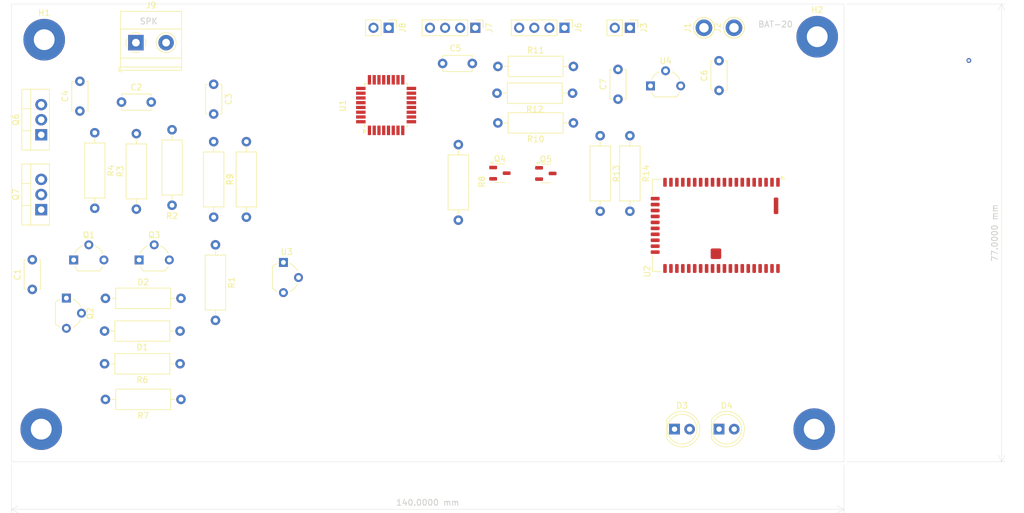
<source format=kicad_pcb>
(kicad_pcb (version 20240108) (generator "pcbnew") (generator_version "8.0")
  (layers (0 "F.Cu" signal) (31 "B.Cu" signal) (34 "B.Paste" user) (35 "F.Paste" user) (36 "B.SilkS" user "B.Silkscreen") (37 "F.SilkS" user "F.Silkscreen") (38 "B.Mask" user) (39 "F.Mask" user) (44 "Edge.Cuts" user))
  (net 0 "")
  (net 1 "Net-(D2-K)")
  (net 2 "GND")
  (net 3 "20VDC")
  (net 4 "Net-(C3-Pad2)")
  (net 5 "Analog Output")
  (net 6 "Net-(C4-Pad1)")
  (net 7 "5VDC")
  (net 8 "VGND")
  (net 9 "Net-(J3-Pin_2)")
  (net 10 "Net-(D1-A)")
  (net 11 "Net-(D1-K)")
  (net 12 "Net-(Q1-B)")
  (net 13 "Net-(Q2-C)")
  (net 14 "Net-(Q2-E)")
  (net 15 "Net-(Q3-E)")
  (net 16 "Net-(Q3-C)")
  (net 17 "/Microprocessor & BM83/RX-O")
  (net 18 "/Microprocessor & BM83/RX-I")
  (net 19 "/Microprocessor & BM83/3_3VDC")
  (net 20 "/Microprocessor & BM83/TX-I")
  (net 21 "/Microprocessor & BM83/TX-O")
  (net 22 "/Microprocessor & BM83/Pair_btn_O")
  (net 23 "/Microprocessor & BM83/Power_LED_O")
  (net 27 "/Microprocessor & BM83/Pair_LED_O")
  (net 28 "/Microprocessor & BM83/Pair_btn_I")
  (net 30 "/Microprocessor & BM83/Volume_D_btn_I")
  (net 31 "/Microprocessor & BM83/Power_btn_I")
  (net 33 "/Microprocessor & BM83/RESET")
  (net 34 "/Microprocessor & BM83/Power_btn_O")
  (net 35 "/Microprocessor & BM83/Volume_D_btn_O")
  (net 40 "/Microprocessor & BM83/Volume_U_btn_I")
  (net 45 "/Microprocessor & BM83/Volume_U_btn_O")
  (net 75 "Net-(D4-K)")
  (net 87 "Net-(D3-K)")
  (net 91 "Net-(J9-Pin_1)")
  (net 93 "Net-(D3-A)")
  (footprint "Capacitor_THT:C_Disc_D4.7mm_W2.5mm_P5.00mm" (layer "F.Cu") (at 112.5 52 -90)
    (property "Reference" "C3" (at 2.5 -2.5 90) (layer "F.SilkS"))
    (property "Value" "1u")
    (pad "1" thru_hole circle (at 0 0 270) (size 1.6 1.6) (drill 0.8) (layers "*.Cu" "*.Mask") (net 5 "Analog Output"))
    (pad "2" thru_hole circle (at 5 0 270) (size 1.6 1.6) (drill 0.8) (layers "*.Cu" "*.Mask") (net 4 "Net-(C3-Pad2)"))
  )
  (footprint "Connector_PinHeader_2.54mm:PinHeader_1x04_P2.54mm_Vertical" (layer "F.Cu") (at 171.5 42.5 -90)
    (property "Reference" "J6" (at 0 -2.33 90) (layer "F.SilkS"))
    (property "Value" "Conn_01x04")
    (pad "1" thru_hole rect (at 0 0 270) (size 1.7 1.7) (drill 1) (layers "*.Cu" "*.Mask") (net 31 "/Microprocessor & BM83/Power_btn_I"))
    (pad "2" thru_hole oval (at 0 2.54 270) (size 1.7 1.7) (drill 1) (layers "*.Cu" "*.Mask") (net 34 "/Microprocessor & BM83/Power_btn_O"))
    (pad "3" thru_hole oval (at 0 5.08 270) (size 1.7 1.7) (drill 1) (layers "*.Cu" "*.Mask") (net 28 "/Microprocessor & BM83/Pair_btn_I"))
    (pad "4" thru_hole oval (at 0 7.62 270) (size 1.7 1.7) (drill 1) (layers "*.Cu" "*.Mask") (net 22 "/Microprocessor & BM83/Pair_btn_O"))
  )
  (footprint "Capacitor_THT:C_Disc_D4.7mm_W2.5mm_P5.00mm" (layer "F.Cu") (at 197.49 53.04 90)
    (property "Reference" "C6" (at 2.5 -2.5 90) (layer "F.SilkS"))
    (property "Value" "0.33uF")
    (pad "1" thru_hole circle (at 0 0 90) (size 1.6 1.6) (drill 0.8) (layers "*.Cu" "*.Mask") (net 9 "Net-(J3-Pin_2)"))
    (pad "2" thru_hole circle (at 5 0 90) (size 1.6 1.6) (drill 0.8) (layers "*.Cu" "*.Mask") (net 2 "GND"))
  )
  (footprint "Resistor_THT:R_Axial_DIN0309_L9.0mm_D3.2mm_P12.70mm_Horizontal" (layer "F.Cu") (at 173 58.5 180)
    (property "Reference" "R10" (at 6.35 -2.72 0) (layer "F.SilkS"))
    (property "Value" "10k")
    (pad "1" thru_hole circle (at 0 0 180) (size 1.6 1.6) (drill 0.8) (layers "*.Cu" "*.Mask") (net 7 "5VDC"))
    (pad "2" thru_hole oval (at 12.7 0 180) (size 1.6 1.6) (drill 0.8) (layers "*.Cu" "*.Mask") (net 18 "/Microprocessor & BM83/RX-I"))
  )
  (footprint "Resistor_THT:R_Axial_DIN0309_L9.0mm_D3.2mm_P12.70mm_Horizontal" (layer "F.Cu") (at 112.5 61.65 -90)
    (property "Reference" "R9" (at 6.35 -2.72 90) (layer "F.SilkS"))
    (property "Value" "4.7k")
    (pad "1" thru_hole circle (at 0 0 270) (size 1.6 1.6) (drill 0.8) (layers "*.Cu" "*.Mask") (net 4 "Net-(C3-Pad2)"))
    (pad "2" thru_hole oval (at 12.7 0 270) (size 1.6 1.6) (drill 0.8) (layers "*.Cu" "*.Mask") (net 12 "Net-(Q1-B)"))
  )
  (footprint "Resistor_THT:R_Axial_DIN0309_L9.0mm_D3.2mm_P12.70mm_Horizontal" (layer "F.Cu") (at 182.5 60.65 -90)
    (property "Reference" "R14" (at 6.35 -2.72 90) (layer "F.SilkS"))
    (property "Value" "10k")
    (pad "1" thru_hole circle (at 0 0 270) (size 1.6 1.6) (drill 0.8) (layers "*.Cu" "*.Mask") (net 7 "5VDC"))
    (pad "2" thru_hole oval (at 12.7 0 270) (size 1.6 1.6) (drill 0.8) (layers "*.Cu" "*.Mask") (net 21 "/Microprocessor & BM83/TX-O"))
  )
  (footprint "Capacitor_THT:C_Disc_D4.7mm_W2.5mm_P5.00mm" (layer "F.Cu") (at 180.5 54.5 90)
    (property "Reference" "C7" (at 2.5 -2.5 90) (layer "F.SilkS"))
    (property "Value" "0.1uF")
    (pad "1" thru_hole circle (at 0 0 90) (size 1.6 1.6) (drill 0.8) (layers "*.Cu" "*.Mask") (net 7 "5VDC"))
    (pad "2" thru_hole circle (at 5 0 90) (size 1.6 1.6) (drill 0.8) (layers "*.Cu" "*.Mask") (net 2 "GND"))
  )
  (footprint "Resistor_THT:R_Axial_DIN0309_L9.0mm_D3.2mm_P12.70mm_Horizontal" (layer "F.Cu") (at 92.5 60.15 -90)
    (property "Reference" "R4" (at 6.35 -2.72 90) (layer "F.SilkS"))
    (property "Value" "0.22")
    (pad "1" thru_hole circle (at 0 0 270) (size 1.6 1.6) (drill 0.8) (layers "*.Cu" "*.Mask") (net 6 "Net-(C4-Pad1)"))
    (pad "2" thru_hole oval (at 12.7 0 270) (size 1.6 1.6) (drill 0.8) (layers "*.Cu" "*.Mask") (net 15 "Net-(Q3-E)"))
  )
  (footprint "Resistor_THT:R_Axial_DIN0309_L9.0mm_D3.2mm_P12.70mm_Horizontal" (layer "F.Cu") (at 99.5 73 90)
    (property "Reference" "R3" (at 6.35 -2.72 90) (layer "F.SilkS"))
    (property "Value" "0.22")
    (pad "1" thru_hole circle (at 0 0 90) (size 1.6 1.6) (drill 0.8) (layers "*.Cu" "*.Mask") (net 14 "Net-(Q2-E)"))
    (pad "2" thru_hole oval (at 12.7 0 90) (size 1.6 1.6) (drill 0.8) (layers "*.Cu" "*.Mask") (net 6 "Net-(C4-Pad1)"))
  )
  (footprint "Package_TO_SOT_SMD:SOT-23-3" (layer "F.Cu") (at 160.6375 66.95)
    (property "Reference" "Q4" (at 0 -2.4 0) (layer "F.SilkS"))
    (property "Value" "BSS138")
    (pad "1" smd roundrect (at -1.1375 -0.95) (size 1.325 0.6) (layers "F.Cu" "F.Paste" "F.Mask") (net 19 "/Microprocessor & BM83/3_3VDC"))
    (pad "2" smd roundrect (at -1.1375 0.95) (size 1.325 0.6) (layers "F.Cu" "F.Paste" "F.Mask") (net 17 "/Microprocessor & BM83/RX-O"))
    (pad "3" smd roundrect (at 1.1375 0) (size 1.325 0.6) (layers "F.Cu" "F.Paste" "F.Mask") (net 18 "/Microprocessor & BM83/RX-I"))
  )
  (footprint "Resistor_THT:R_Axial_DIN0309_L9.0mm_D3.2mm_P12.70mm_Horizontal" (layer "F.Cu") (at 153.65 62.15 -90)
    (property "Reference" "R8" (at 6.25 -3.97 90) (layer "F.SilkS"))
    (property "Value" "10k")
    (pad "1" thru_hole circle (at 0 0 270) (size 1.6 1.6) (drill 0.8) (layers "*.Cu" "*.Mask") (net 19 "/Microprocessor & BM83/3_3VDC"))
    (pad "2" thru_hole oval (at 12.7 0 270) (size 1.6 1.6) (drill 0.8) (layers "*.Cu" "*.Mask") (net 17 "/Microprocessor & BM83/RX-O"))
  )
  (footprint "Package_TO_SOT_THT:TO-92_Wide" (layer "F.Cu") (at 87.73 87.96 -90)
    (property "Reference" "Q2" (at 2.58 -4 90) (layer "F.SilkS"))
    (property "Value" "2N3904")
    (pad "1" thru_hole rect (at 0 0 270) (size 1.5 1.5) (drill 0.8) (layers "*.Cu" "*.Mask") (net 14 "Net-(Q2-E)"))
    (pad "2" thru_hole circle (at 2.54 -2.54 270) (size 1.5 1.5) (drill 0.8) (layers "*.Cu" "*.Mask") (net 10 "Net-(D1-A)"))
    (pad "3" thru_hole circle (at 5.08 0 270) (size 1.5 1.5) (drill 0.8) (layers "*.Cu" "*.Mask") (net 13 "Net-(Q2-C)"))
  )
  (footprint "Resistor_THT:R_Axial_DIN0309_L9.0mm_D3.2mm_P12.70mm_Horizontal" (layer "F.Cu") (at 160.3 49)
    (property "Reference" "R11" (at 6.35 -2.72 0) (layer "F.SilkS"))
    (property "Value" "5k")
    (pad "1" thru_hole circle (at 0 0) (size 1.6 1.6) (drill 0.8) (layers "*.Cu" "*.Mask") (net 7 "5VDC"))
    (pad "2" thru_hole oval (at 12.7 0) (size 1.6 1.6) (drill 0.8) (layers "*.Cu" "*.Mask") (net 19 "/Microprocessor & BM83/3_3VDC"))
  )
  (footprint "Package_TO_SOT_SMD:SOT-23-3" (layer "F.Cu") (at 168.3625 67)
    (property "Reference" "Q5" (at 0 -2.4 0) (layer "F.SilkS"))
    (property "Value" "BSS138")
    (pad "1" smd roundrect (at -1.1375 -0.95) (size 1.325 0.6) (layers "F.Cu" "F.Paste" "F.Mask") (net 19 "/Microprocessor & BM83/3_3VDC"))
    (pad "2" smd roundrect (at -1.1375 0.95) (size 1.325 0.6) (layers "F.Cu" "F.Paste" "F.Mask") (net 20 "/Microprocessor & BM83/TX-I"))
    (pad "3" smd roundrect (at 1.1375 0) (size 1.325 0.6) (layers "F.Cu" "F.Paste" "F.Mask") (net 21 "/Microprocessor & BM83/TX-O"))
  )
  (footprint "Resistor_THT:R_Axial_DIN0309_L9.0mm_D3.2mm_P12.70mm_Horizontal" (layer "F.Cu") (at 105.5 72.35 90)
    (property "Reference" "R2" (at -1.8 0 0) (layer "F.SilkS"))
    (property "Value" "10k")
    (pad "1" thru_hole circle (at 0 0 90) (size 1.6 1.6) (drill 0.8) (layers "*.Cu" "*.Mask") (net 16 "Net-(Q3-C)"))
    (pad "2" thru_hole oval (at 12.7 0 90) (size 1.6 1.6) (drill 0.8) (layers "*.Cu" "*.Mask") (net 2 "GND"))
  )
  (footprint "Resistor_THT:R_Axial_DIN0309_L9.0mm_D3.2mm_P12.70mm_Horizontal" (layer "F.Cu") (at 107 105 180)
    (property "Reference" "R7" (at 6.35 -2.72 0) (layer "F.SilkS"))
    (property "Value" "10k")
    (pad "1" thru_hole circle (at 0 0 180) (size 1.6 1.6) (drill 0.8) (layers "*.Cu" "*.Mask") (net 3 "20VDC"))
    (pad "2" thru_hole oval (at 12.7 0 180) (size 1.6 1.6) (drill 0.8) (layers "*.Cu" "*.Mask") (net 13 "Net-(Q2-C)"))
  )
  (footprint "Resistor_THT:R_Axial_DIN0309_L9.0mm_D3.2mm_P12.70mm_Horizontal" (layer "F.Cu") (at 112.8 79 -90)
    (property "Reference" "R1" (at 6.35 -2.72 90) (layer "F.SilkS"))
    (property "Value" "1000")
    (pad "1" thru_hole circle (at 0 0 270) (size 1.6 1.6) (drill 0.8) (layers "*.Cu" "*.Mask") (net 12 "Net-(Q1-B)"))
    (pad "2" thru_hole oval (at 12.7 0 270) (size 1.6 1.6) (drill 0.8) (layers "*.Cu" "*.Mask") (net 2 "GND"))
  )
  (footprint "MountingHole:MountingHole_3.5mm_Pad_TopBottom" (layer "F.Cu") (at 84 44.5)
    (property "Reference" "H1" (at 0 -4.5 0) (layer "F.SilkS"))
    (property "Value" "MountingHole_Pad")
    (pad "1" thru_hole circle (at 0 0) (size 3.9 3.9) (drill 3.5) (layers "*.Cu" "*.Mask") (net 2 "GND"))
    (pad "1" connect circle (at 0 0) (size 7 7) (layers "F.Cu" "F.Mask") (net 2 "GND"))
    (pad "1" connect circle (at 0 0) (size 7 7) (layers "B.Cu" "B.Mask") (net 2 "GND"))
  )
  (footprint "Resistor_THT:R_Axial_DIN0309_L9.0mm_D3.2mm_P12.70mm_Horizontal" (layer "F.Cu") (at 94.3 88)
    (property "Reference" "D2" (at 6.35 -2.72 0) (layer "F.SilkS"))
    (property "Value" "1N4148")
    (pad "1" thru_hole circle (at 0 0) (size 1.6 1.6) (drill 0.8) (layers "*.Cu" "*.Mask") (net 1 "Net-(D2-K)"))
    (pad "2" thru_hole oval (at 12.7 0) (size 1.6 1.6) (drill 0.8) (layers "*.Cu" "*.Mask") (net 11 "Net-(D1-K)"))
  )
  (footprint "TestPoint:TestPoint_Keystone_5010-5014_Multipurpose" (layer "F.Cu") (at 200 42.5 90)
    (property "Reference" "J2" (at 0 -2.75 90) (layer "F.SilkS"))
    (property "Value" "Conn_01x01")
    (pad "1" thru_hole circle (at 0 0 90) (size 2.8 2.8) (drill 1.6) (layers "*.Cu" "*.Mask") (net 3 "20VDC"))
  )
  (footprint "TerminalBlock_Phoenix:TerminalBlock_Phoenix_MKDS-1,5-2-5.08_1x02_P5.08mm_Horizontal" (layer "F.Cu") (at 99.42 45)
    (property "Reference" "J9" (at 2.54 -6.26 0) (layer "F.SilkS"))
    (property "Value" "Screw_Terminal_01x02")
    (pad "1" thru_hole rect (at 0 0) (size 2.6 2.6) (drill 1.3) (layers "*.Cu" "*.Mask") (net 91 "Net-(J9-Pin_1)"))
    (pad "2" thru_hole circle (at 5.08 0) (size 2.6 2.6) (drill 1.3) (layers "*.Cu" "*.Mask") (net 2 "GND"))
  )
  (footprint "Package_TO_SOT_THT:TO-92_Wide" (layer "F.Cu") (at 99.96 81.54)
    (property "Reference" "Q3" (at 2.55 -4.19 0) (layer "F.SilkS"))
    (property "Value" "2N3906")
    (pad "1" thru_hole rect (at 0 0) (size 1.5 1.5) (drill 0.8) (layers "*.Cu" "*.Mask") (net 15 "Net-(Q3-E)"))
    (pad "2" thru_hole circle (at 2.54 -2.54) (size 1.5 1.5) (drill 0.8) (layers "*.Cu" "*.Mask") (net 1 "Net-(D2-K)"))
    (pad "3" thru_hole circle (at 5.08 0) (size 1.5 1.5) (drill 0.8) (layers "*.Cu" "*.Mask") (net 16 "Net-(Q3-C)"))
  )
  (footprint "LED_THT:LED_D5.0mm" (layer "F.Cu") (at 197.5 110)
    (property "Reference" "D4" (at 1.27 -3.96 0) (layer "F.SilkS"))
    (property "Value" "LED")
    (pad "1" thru_hole rect (at 0 0) (size 1.8 1.8) (drill 0.9) (layers "*.Cu" "*.Mask") (net 75 "Net-(D4-K)"))
    (pad "2" thru_hole circle (at 2.54 0) (size 1.8 1.8) (drill 0.9) (layers "*.Cu" "*.Mask") (net 93 "Net-(D3-A)"))
  )
  (footprint "Capacitor_THT:C_Disc_D4.7mm_W2.5mm_P5.00mm" (layer "F.Cu") (at 90 56.5 90)
    (property "Reference" "C4" (at 2.5 -2.5 90) (layer "F.SilkS"))
    (property "Value" "1000u")
    (pad "1" thru_hole circle (at 0 0 90) (size 1.6 1.6) (drill 0.8) (layers "*.Cu" "*.Mask") (net 6 "Net-(C4-Pad1)"))
    (pad "2" thru_hole circle (at 5 0 90) (size 1.6 1.6) (drill 0.8) (layers "*.Cu" "*.Mask") (net 91 "Net-(J9-Pin_1)"))
  )
  (footprint "RF_Module:Microchip_BM83" (layer "F.Cu") (at 202.5 75.73 -90)
    (property "Reference" "U2" (at 7.73 17.1 90) (layer "F.SilkS"))
    (property "Value" "Microchip_BM83")
    (pad "1" smd roundrect (at -7.25 -4.9 270) (size 1.5 0.6) (layers "F.Cu" "F.Paste" "F.Mask"))
    (pad "2" smd roundrect (at -7.25 -3.9 270) (size 1.5 0.6) (layers "F.Cu" "F.Paste" "F.Mask"))
    (pad "3" smd roundrect (at -7.25 -2.9 270) (size 1.5 0.6) (layers "F.Cu" "F.Paste" "F.Mask"))
    (pad "4" smd roundrect (at -7.25 -1.9 270) (size 1.5 0.6) (layers "F.Cu" "F.Paste" "F.Mask"))
    (pad "5" smd roundrect (at -7.25 -0.9 270) (size 1.5 0.6) (layers "F.Cu" "F.Paste" "F.Mask"))
    (pad "6" smd roundrect (at -7.25 0.1 270) (size 1.5 0.6) (layers "F.Cu" "F.Paste" "F.Mask"))
    (pad "7" smd roundrect (at -7.25 1.1 270) (size 1.5 0.6) (layers "F.Cu" "F.Paste" "F.Mask") (net 5 "Analog Output"))
    (pad "8" smd roundrect (at -7.25 2.1 270) (size 1.5 0.6) (layers "F.Cu" "F.Paste" "F.Mask"))
    (pad "9" smd roundrect (at -7.25 3.1 270) (size 1.5 0.6) (layers "F.Cu" "F.Paste" "F.Mask"))
    (pad "10" smd roundrect (at -7.25 4.1 270) (size 1.5 0.6) (layers "F.Cu" "F.Paste" "F.Mask"))
    (pad "11" smd roundrect (at -7.25 5.1 270) (size 1.5 0.6) (layers "F.Cu" "F.Paste" "F.Mask"))
    (pad "12" smd roundrect (at -7.25 6.1 270) (size 1.5 0.6) (layers "F.Cu" "F.Paste" "F.Mask"))
    (pad "13" smd roundrect (at -7.25 7.1 270) (size 1.5 0.6) (layers "F.Cu" "F.Paste" "F.Mask"))
    (pad "14" smd roundrect (at -7.25 8.1 270) (size 1.5 0.6) (layers "F.Cu" "F.Paste" "F.Mask"))
    (pad "15" smd roundrect (at -7.25 9.1 270) (size 1.5 0.6) (layers "F.Cu" "F.Paste" "F.Mask"))
    (pad "16" smd roundrect (at -7.25 10.1 270) (size 1.5 0.6) (layers "F.Cu" "F.Paste" "F.Mask") (net 2 "GND"))
    (pad "17" smd roundrect (at -7.25 11.1 270) (size 1.5 0.6) (layers "F.Cu" "F.Paste" "F.Mask"))
    (pad "18" smd roundrect (at -7.25 12.1 270) (size 1.5 0.6) (layers "F.Cu" "F.Paste" "F.Mask"))
    (pad "19" smd roundrect (at -7.25 13.1 270) (size 1.5 0.6) (layers "F.Cu" "F.Paste" "F.Mask"))
    (pad "20" smd roundrect (at -7.25 14.1 270) (size 1.5 0.6) (layers "F.Cu" "F.Paste" "F.Mask"))
    (pad "21" smd roundrect (at -4.5 15.75 270) (size 0.6 1.5) (layers "F.Cu" "F.Paste" "F.Mask"))
    (pad "22" smd roundrect (at -3.5 15.75 270) (size 0.6 1.5) (layers "F.Cu" "F.Paste" "F.Mask") (net 7 "5VDC"))
    (pad "23" smd roundrect (at -2.5 15.75 270) (size 0.6 1.5) (layers "F.Cu" "F.Paste" "F.Mask"))
    (pad "24" smd roundrect (at -1.5 15.75 270) (size 0.6 1.5) (layers "F.Cu" "F.Paste" "F.Mask") (net 93 "Net-(D3-A)"))
    (pad "25" smd roundrect (at -0.5 15.75 270) (size 0.6 1.5) (layers "F.Cu" "F.Paste" "F.Mask"))
    (pad "26" smd roundrect (at 0.5 15.75 270) (size 0.6 1.5) (layers "F.Cu" "F.Paste" "F.Mask"))
    (pad "27" smd roundrect (at 1.5 15.75 270) (size 0.6 1.5) (layers "F.Cu" "F.Paste" "F.Mask"))
    (pad "28" smd roundrect (at 2.5 15.75 270) (size 0.6 1.5) (layers "F.Cu" "F.Paste" "F.Mask"))
    (pad "29" smd roundrect (at 3.5 15.75 270) (size 0.6 1.5) (layers "F.Cu" "F.Paste" "F.Mask") (net 20 "/Microprocessor & BM83/TX-I"))
    (pad "30" smd roundrect (at 4.5 15.75 270) (size 0.6 1.5) (layers "F.Cu" "F.Paste" "F.Mask") (net 17 "/Microprocessor & BM83/RX-O"))
    (pad "31" smd roundrect (at 7.25 14.1 270) (size 1.5 0.6) (layers "F.Cu" "F.Paste" "F.Mask"))
    (pad "32" smd roundrect (at 7.25 13.1 270) (size 1.5 0.6) (layers "F.Cu" "F.Paste" "F.Mask") (net 87 "Net-(D3-K)"))
    (pad "33" smd roundrect (at 7.25 12.1 270) (size 1.5 0.6) (layers "F.Cu" "F.Paste" "F.Mask"))
    (pad "34" smd roundrect (at 7.25 11.1 270) (size 1.5 0.6) (layers "F.Cu" "F.Paste" "F.Mask") (net 75 "Net-(D4-K)"))
    (pad "35" smd roundrect (at 7.25 10.1 270) (size 1.5 0.6) (layers "F.Cu" "F.Paste" "F.Mask"))
    (pad "36" smd roundrect (at 7.25 9.1 270) (size 1.5 0.6) (layers "F.Cu" "F.Paste" "F.Mask"))
    (pad "37" smd roundrect (at 7.25 8.1 270) (size 1.5 0.6) (layers "F.Cu" "F.Paste" "F.Mask"))
    (pad "38" smd roundrect (at 7.25 7.1 270) (size 1.5 0.6) (layers "F.Cu" "F.Paste" "F.Mask"))
    (pad "39" smd roundrect (at 7.25 6.1 270) (size 1.5 0.6) (layers "F.Cu" "F.Paste" "F.Mask"))
    (pad "40" smd roundrect (at 7.25 5.1 270) (size 1.5 0.6) (layers "F.Cu" "F.Paste" "F.Mask"))
    (pad "41" smd roundrect (at 7.25 4.1 270) (size 1.5 0.6) (layers "F.Cu" "F.Paste" "F.Mask"))
    (pad "42" smd roundrect (at 7.25 3.1 270) (size 1.5 0.6) (layers "F.Cu" "F.Paste" "F.Mask"))
    (pad "43" smd roundrect (at 7.25 2.1 270) (size 1.5 0.6) (layers "F.Cu" "F.Paste" "F.Mask"))
    (pad "44" smd roundrect (at 7.25 1.1 270) (size 1.5 0.6) (layers "F.Cu" "F.Paste" "F.Mask"))
    (pad "45" smd roundrect (at 7.25 0.1 270) (size 1.5 0.6) (layers "F.Cu" "F.Paste" "F.Mask"))
    (pad "46" smd roundrect (at 7.25 -0.9 270) (size 1.5 0.6) (layers "F.Cu" "F.Paste" "F.Mask"))
    (pad "47" smd roundrect (at 7.25 -1.9 270) (size 1.5 0.6) (layers "F.Cu" "F.Paste" "F.Mask"))
    (pad "48" smd roundrect (at 7.25 -2.9 270) (size 1.5 0.6) (layers "F.Cu" "F.Paste" "F.Mask"))
    (pad "49" smd roundrect (at 7.25 -3.9 270) (size 1.5 0.6) (layers "F.Cu" "F.Paste" "F.Mask"))
    (pad "50" smd roundrect (at 7.25 -4.9 270) (size 1.5 0.6) (layers "F.Cu" "F.Paste" "F.Mask") (net 2 "GND"))
    (pad "56" smd roundrect (at 4.77 5.53 270) (size 1.78 1.78) (layers "F.Cu" "F.Paste" "F.Mask") (roundrect_rratio 0.1404494382) (net 2 "GND"))
    (pad "57" smd roundrect (at -3.29 -4.58 270) (size 2.79 0.76) (layers "F.Cu" "F.Paste" "F.Mask") (net 2 "GND"))
  )
  (footprint "Connector_PinHeader_2.54mm:PinHeader_1x04_P2.54mm_Vertical" (layer "F.Cu") (at 156.5 42.5 -90)
    (property "Reference" "J7" (at 0 -2.33 90) (layer "F.SilkS"))
    (property "Value" "Conn_01x04")
    (pad "1" thru_hole rect (at 0 0 270) (size 1.7 1.7) (drill 1) (layers "*.Cu" "*.Mask") (net 30 "/Microprocessor & BM83/Volume_D_btn_I"))
    (pad "2" thru_hole oval (at 0 2.54 270) (size 1.7 1.7) (drill 1) (layers "*.Cu" "*.Mask") (net 35 "/Microprocessor & BM83/Volume_D_btn_O"))
    (pad "3" thru_hole oval (at 0 5.08 270) (size 1.7 1.7) (drill 1) (layers "*.Cu" "*.Mask") (net 40 "/Microprocessor & BM83/Volume_U_btn_I"))
    (pad "4" thru_hole oval (at 0 7.62 270) (size 1.7 1.7) (drill 1) (layers "*.Cu" "*.Mask") (net 45 "/Microprocessor & BM83/Volume_U_btn_O"))
  )
  (footprint "Resistor_THT:R_Axial_DIN0309_L9.0mm_D3.2mm_P12.70mm_Horizontal" (layer "F.Cu") (at 106.85 99 180)
    (property "Reference" "R6" (at 6.35 -2.72 0) (layer "F.SilkS"))
    (property "Value" "4.7k")
    (pad "1" thru_hole circle (at 0 0 180) (size 1.6 1.6) (drill 0.8) (layers "*.Cu" "*.Mask") (net 3 "20VDC"))
    (pad "2" thru_hole oval (at 12.7 0 180) (size 1.6 1.6) (drill 0.8) (layers "*.Cu" "*.Mask") (net 10 "Net-(D1-A)"))
  )
  (footprint "Connector_PinHeader_2.54mm:PinHeader_1x02_P2.54mm_Vertical" (layer "F.Cu") (at 182.5 42.5 -90)
    (property "Reference" "J3" (at 0 -2.33 90) (layer "F.SilkS"))
    (property "Value" "Conn_01x02")
    (pad "1" thru_hole rect (at 0 0 270) (size 1.7 1.7) (drill 1) (layers "*.Cu" "*.Mask") (net 3 "20VDC"))
    (pad "2" thru_hole oval (at 0 2.54 270) (size 1.7 1.7) (drill 1) (layers "*.Cu" "*.Mask") (net 9 "Net-(J3-Pin_2)"))
  )
  (footprint "Capacitor_THT:C_Disc_D4.7mm_W2.5mm_P5.00mm" (layer "F.Cu") (at 151 48.5)
    (property "Reference" "C5" (at 2.16 -2.55 0) (layer "F.SilkS"))
    (property "Value" "1uF")
    (pad "1" thru_hole circle (at 0 0) (size 1.6 1.6) (drill 0.8) (layers "*.Cu" "*.Mask") (net 7 "5VDC"))
    (pad "2" thru_hole circle (at 5 0) (size 1.6 1.6) (drill 0.8) (layers "*.Cu" "*.Mask") (net 8 "VGND"))
  )
  (footprint "Package_TO_SOT_THT:TO-220-3_Vertical" (layer "F.Cu") (at 83.5 73.08 90)
    (property "Reference" "Q7" (at 2.54 -4.27 90) (layer "F.SilkS"))
    (property "Value" "2SB817")
    (pad "1" thru_hole rect (at 0 0 90) (size 1.905 2) (drill 1.1) (layers "*.Cu" "*.Mask") (net 13 "Net-(Q2-C)"))
    (pad "2" thru_hole oval (at 2.54 0 90) (size 1.905 2) (drill 1.1) (layers "*.Cu" "*.Mask") (net 14 "Net-(Q2-E)"))
    (pad "3" thru_hole oval (at 5.08 0 90) (size 1.905 2) (drill 1.1) (layers "*.Cu" "*.Mask") (net 3 "20VDC"))
  )
  (footprint "Resistor_THT:R_Axial_DIN0309_L9.0mm_D3.2mm_P12.70mm_Horizontal" (layer "F.Cu") (at 106.85 93.5 180)
    (property "Reference" "D1" (at 6.35 -2.72 0) (layer "F.SilkS"))
    (property "Value" "1N4148")
    (pad "1" thru_hole circle (at 0 0 180) (size 1.6 1.6) (drill 0.8) (layers "*.Cu" "*.Mask") (net 11 "Net-(D1-K)"))
    (pad "2" thru_hole oval (at 12.7 0 180) (size 1.6 1.6) (drill 0.8) (layers "*.Cu" "*.Mask") (net 10 "Net-(D1-A)"))
  )
  (footprint "Connector_PinHeader_2.54mm:PinHeader_1x02_P2.54mm_Vertical" (layer "F.Cu") (at 141.92 42.5 -90)
    (property "Reference" "J8" (at 0 -2.33 90) (layer "F.SilkS"))
    (property "Value" "Conn_01x02")
    (pad "1" thru_hole rect (at 0 0 270) (size 1.7 1.7) (drill 1) (layers "*.Cu" "*.Mask") (net 27 "/Microprocessor & BM83/Pair_LED_O"))
    (pad "2" thru_hole oval (at 0 2.54 270) (size 1.7 1.7) (drill 1) (layers "*.Cu" "*.Mask") (net 23 "/Microprocessor & BM83/Power_LED_O"))
  )
  (footprint "Package_QFP:TQFP-32_7x7mm_P0.8mm" (layer "F.Cu") (at 141.5 55.5 90)
    (property "Reference" "U1" (at -0.1 -7.3 90) (layer "F.SilkS"))
    (property "Value" "ATmega328PB-A")
    (pad "1" smd rect (at -4.25 -2.8 90) (size 1.6 0.55) (layers "F.Cu" "F.Paste" "F.Mask"))
    (pad "2" smd rect (at -4.25 -2 90) (size 1.6 0.55) (layers "F.Cu" "F.Paste" "F.Mask"))
    (pad "3" smd rect (at -4.25 -1.2 90) (size 1.6 0.55) (layers "F.Cu" "F.Paste" "F.Mask"))
    (pad "4" smd rect (at -4.25 -0.4 90) (size 1.6 0.55) (layers "F.Cu" "F.Paste" "F.Mask") (net 7 "5VDC"))
    (pad "5" smd rect (at -4.25 0.4 90) (size 1.6 0.55) (layers "F.Cu" "F.Paste" "F.Mask") (net 2 "GND"))
    (pad "6" smd rect (at -4.25 1.2 90) (size 1.6 0.55) (layers "F.Cu" "F.Paste" "F.Mask"))
    (pad "7" smd rect (at -4.25 2 90) (size 1.6 0.55) (layers "F.Cu" "F.Paste" "F.Mask") (net 28 "/Microprocessor & BM83/Pair_btn_I"))
    (pad "8" smd rect (at -4.25 2.8 90) (size 1.6 0.55) (layers "F.Cu" "F.Paste" "F.Mask") (net 22 "/Microprocessor & BM83/Pair_btn_O"))
    (pad "9" smd rect (at -2.8 4.25 180) (size 1.6 0.55) (layers "F.Cu" "F.Paste" "F.Mask"))
    (pad "10" smd rect (at -2 4.25 180) (size 1.6 0.55) (layers "F.Cu" "F.Paste" "F.Mask"))
    (pad "11" smd rect (at -1.2 4.25 180) (size 1.6 0.55) (layers "F.Cu" "F.Paste" "F.Mask"))
    (pad "12" smd rect (at -0.4 4.25 180) (size 1.6 0.55) (layers "F.Cu" "F.Paste" "F.Mask") (net 31 "/Microprocessor & BM83/Power_btn_I"))
    (pad "13" smd rect (at 0.4 4.25 180) (size 1.6 0.55) (layers "F.Cu" "F.Paste" "F.Mask") (net 34 "/Microprocessor & BM83/Power_btn_O"))
    (pad "14" smd rect (at 1.2 4.25 180) (size 1.6 0.55) (layers "F.Cu" "F.Paste" "F.Mask"))
    (pad "15" smd rect (at 2 4.25 180) (size 1.6 0.55) (layers "F.Cu" "F.Paste" "F.Mask"))
    (pad "16" smd rect (at 2.8 4.25 180) (size 1.6 0.55) (layers "F.Cu" "F.Paste" "F.Mask"))
    (pad "17" smd rect (at 4.25 2.8 90) (size 1.6 0.55) (layers "F.Cu" "F.Paste" "F.Mask"))
    (pad "18" smd rect (at 4.25 2 90) (size 1.6 0.55) (layers "F.Cu" "F.Paste" "F.Mask") (net 7 "5VDC"))
    (pad "19" smd rect (at 4.25 1.2 90) (size 1.6 0.55) (layers "F.Cu" "F.Paste" "F.Mask"))
    (pad "20" smd rect (at 4.25 0.4 90) (size 1.6 0.55) (layers "F.Cu" "F.Paste" "F.Mask"))
    (pad "21" smd rect (at 4.25 -0.4 90) (size 1.6 0.55) (layers "F.Cu" "F.Paste" "F.Mask") (net 2 "GND"))
    (pad "22" smd rect (at 4.25 -1.2 90) (size 1.6 0.55) (layers "F.Cu" "F.Paste" "F.Mask"))
    (pad "23" smd rect (at 4.25 -2 90) (size 1.6 0.55) (layers "F.Cu" "F.Paste" "F.Mask") (net 30 "/Microprocessor & BM83/Volume_D_btn_I"))
    (pad "24" smd rect (at 4.25 -2.8 90) (size 1.6 0.55) (layers "F.Cu" "F.Paste" "F.Mask") (net 35 "/Microprocessor & BM83/Volume_D_btn_O"))
    (pad "25" smd rect (at 2.8 -4.25 180) (size 1.6 0.55) (layers "F.Cu" "F.Paste" "F.Mask") (net 40 "/Microprocessor & BM83/Volume_U_btn_I"))
    (pad "26" smd rect (at 2 -4.25 180) (size 1.6 0.55) (layers "F.Cu" "F.Paste" "F.Mask") (net 45 "/Microprocessor & BM83/Volume_U_btn_O"))
    (pad "27" smd rect (at 1.2 -4.25 180) (size 1.6 0.55) (layers "F.Cu" "F.Paste" "F.Mask") (net 27 "/Microprocessor & BM83/Pair_LED_O"))
    (pad "28" smd rect (at 0.4 -4.25 180) (size 1.6 0.55) (layers "F.Cu" "F.Paste" "F.Mask") (net 23 "/Microprocessor & BM83/Power_LED_O"))
    (pad "29" smd rect (at -0.4 -4.25 180) (size 1.6 0.55) (layers "F.Cu" "F.Paste" "F.Mask") (net 33 "/Microprocessor & BM83/RESET"))
    (pad "30" smd rect (at -1.2 -4.25 180) (size 1.6 0.55) (layers "F.Cu" "F.Paste" "F.Mask") (net 18 "/Microprocessor & BM83/RX-I"))
    (pad "31" smd rect (at -2 -4.25 180) (size 1.6 0.55) (layers "F.Cu" "F.Paste" "F.Mask") (net 21 "/Microprocessor & BM83/TX-O"))
    (pad "32" smd rect (at -2.8 -4.25 180) (size 1.6 0.55) (layers "F.Cu" "F.Paste" "F.Mask"))
  )
  (footprint "Resistor_THT:R_Axial_DIN0309_L9.0mm_D3.2mm_P12.70mm_Horizontal" (layer "F.Cu") (at 172.85 53.5 180)
    (property "Reference" "R12" (at 6.35 -2.72 0) (layer "F.SilkS"))
    (property "Value" "10k")
    (pad "1" thru_hole circle (at 0 0 180) (size 1.6 1.6) (drill 0.8) (layers "*.Cu" "*.Mask") (net 19 "/Microprocessor & BM83/3_3VDC"))
    (pad "2" thru_hole oval (at 12.7 0 180) (size 1.6 1.6) (drill 0.8) (layers "*.Cu" "*.Mask") (net 8 "VGND"))
  )
  (footprint "Capacitor_THT:C_Disc_D4.7mm_W2.5mm_P5.00mm" (layer "F.Cu") (at 82 86.5 90)
    (property "Reference" "C1" (at 2.5 -2.5 90) (layer "F.SilkS"))
    (property "Value" "1n")
    (pad "1" thru_hole circle (at 0 0 90) (size 1.6 1.6) (drill 0.8) (layers "*.Cu" "*.Mask") (net 1 "Net-(D2-K)"))
    (pad "2" thru_hole circle (at 5 0 90) (size 1.6 1.6) (drill 0.8) (layers "*.Cu" "*.Mask") (net 2 "GND"))
  )
  (footprint "MountingHole:MountingHole_3.5mm_Pad_TopBottom" (layer "F.Cu") (at 214 44)
    (property "Reference" "H2" (at 0 -4.5 0) (layer "F.SilkS"))
    (property "Value" "MountingHole_Pad")
    (pad "1" thru_hole circle (at 0 0) (size 3.9 3.9) (drill 3.5) (layers "*.Cu" "*.Mask"))
    (pad "1" connect circle (at 0 0) (size 7 7) (layers "F.Cu" "F.Mask"))
    (pad "1" connect circle (at 0 0) (size 7 7) (layers "B.Cu" "B.Mask"))
  )
  (footprint "LED_THT:LED_D5.0mm" (layer "F.Cu") (at 190 110)
    (property "Reference" "D3" (at 1.27 -3.96 0) (layer "F.SilkS"))
    (property "Value" "LED")
    (pad "1" thru_hole rect (at 0 0) (size 1.8 1.8) (drill 0.9) (layers "*.Cu" "*.Mask") (net 87 "Net-(D3-K)"))
    (pad "2" thru_hole circle (at 2.54 0) (size 1.8 1.8) (drill 0.9) (layers "*.Cu" "*.Mask") (net 93 "Net-(D3-A)"))
  )
  (footprint "Package_TO_SOT_THT:TO-92_Wide" (layer "F.Cu") (at 88.96 81.54)
    (property "Reference" "Q1" (at 2.55 -4.19 0) (layer "F.SilkS"))
    (property "Value" "2N3904")
    (pad "1" thru_hole rect (at 0 0) (size 1.5 1.5) (drill 0.8) (layers "*.Cu" "*.Mask") (net 2 "GND"))
    (pad "2" thru_hole circle (at 2.54 -2.54) (size 1.5 1.5) (drill 0.8) (layers "*.Cu" "*.Mask") (net 12 "Net-(Q1-B)"))
    (pad "3" thru_hole circle (at 5.08 0) (size 1.5 1.5) (drill 0.8) (layers "*.Cu" "*.Mask") (net 1 "Net-(D2-K)"))
  )
  (footprint "TestPoint:TestPoint_Keystone_5010-5014_Multipurpose" (layer "F.Cu") (at 194.95 42.5 90)
    (property "Reference" "J1" (at 0 -2.75 90) (layer "F.SilkS"))
    (property "Value" "Conn_01x01")
    (pad "1" thru_hole circle (at 0 0 90) (size 2.8 2.8) (drill 1.6) (layers "*.Cu" "*.Mask") (net 2 "GND"))
  )
  (footprint "Capacitor_THT:C_Disc_D4.7mm_W2.5mm_P5.00mm" (layer "F.Cu") (at 97 55)
    (property "Reference" "C2" (at 2.5 -2.5 0) (layer "F.SilkS"))
    (property "Value" "0.22u")
    (pad "1" thru_hole circle (at 0 0) (size 1.6 1.6) (drill 0.8) (layers "*.Cu" "*.Mask") (net 3 "20VDC"))
    (pad "2" thru_hole circle (at 5 0) (size 1.6 1.6) (drill 0.8) (layers "*.Cu" "*.Mask") (net 2 "GND"))
  )
  (footprint "Package_TO_SOT_THT:TO-220-3_Vertical" (layer "F.Cu") (at 83.5 60.5 90)
    (property "Reference" "Q6" (at 2.54 -4.27 90) (layer "F.SilkS"))
    (property "Value" "2SD1047")
    (pad "1" thru_hole rect (at 0 0 90) (size 1.905 2) (drill 1.1) (layers "*.Cu" "*.Mask") (net 16 "Net-(Q3-C)"))
    (pad "2" thru_hole oval (at 2.54 0 90) (size 1.905 2) (drill 1.1) (layers "*.Cu" "*.Mask") (net 15 "Net-(Q3-E)"))
    (pad "3" thru_hole oval (at 5.08 0 90) (size 1.905 2) (drill 1.1) (layers "*.Cu" "*.Mask") (net 2 "GND"))
  )
  (footprint "MountingHole:MountingHole_3.5mm_Pad_TopBottom" (layer "F.Cu") (at 213.5 110)
    (property "Reference" "H3" (at 0 0 0) (layer "F.SilkS"))
    (property "Value" "MountingHole_Pad")
    (pad "1" thru_hole circle (at 0 0) (size 3.9 3.9) (drill 3.5) (layers "*.Cu" "*.Mask") (net 2 "GND"))
    (pad "1" connect circle (at 0 0) (size 7 7) (layers "F.Cu" "F.Mask") (net 2 "GND"))
    (pad "1" connect circle (at 0 0) (size 7 7) (layers "B.Cu" "B.Mask") (net 2 "GND"))
  )
  (footprint "Package_TO_SOT_THT:TO-92_Wide" (layer "F.Cu") (at 124.23 81.96 -90)
    (property "Reference" "U3" (at -1.77 -0.54 0) (layer "F.SilkS"))
    (property "Value" "L78L05_SO8")
    (pad "1" thru_hole rect (at 0 0 270) (size 1.5 1.5) (drill 0.8) (layers "*.Cu" "*.Mask") (net 7 "5VDC"))
    (pad "2" thru_hole circle (at 2.54 -2.54 270) (size 1.5 1.5) (drill 0.8) (layers "*.Cu" "*.Mask") (net 2 "GND"))
    (pad "3" thru_hole circle (at 5.08 0 270) (size 1.5 1.5) (drill 0.8) (layers "*.Cu" "*.Mask") (net 2 "GND"))
  )
  (footprint "MountingHole:MountingHole_3.5mm_Pad_TopBottom" (layer "F.Cu") (at 83.5 110)
    (property "Reference" "H4" (at 0 0.5 0) (layer "F.SilkS"))
    (property "Value" "MountingHole_Pad")
    (pad "1" thru_hole circle (at 0 0) (size 3.9 3.9) (drill 3.5) (layers "*.Cu" "*.Mask") (net 2 "GND"))
    (pad "1" connect circle (at 0 0) (size 7 7) (layers "F.Cu" "F.Mask") (net 2 "GND"))
    (pad "1" connect circle (at 0 0) (size 7 7) (layers "B.Cu" "B.Mask") (net 2 "GND"))
  )
  (footprint "Resistor_THT:R_Axial_DIN0309_L9.0mm_D3.2mm_P12.70mm_Horizontal" (layer "F.Cu") (at 177.5 60.65 -90)
    (property "Reference" "R13" (at 6.35 -2.75 90) (layer "F.SilkS"))
    (property "Value" "10k")
    (pad "1" thru_hole circle (at 0 0 270) (size 1.6 1.6) (drill 0.8) (layers "*.Cu" "*.Mask") (net 19 "/Microprocessor & BM83/3_3VDC"))
    (pad "2" thru_hole oval (at 12.7 0 270) (size 1.6 1.6) (drill 0.8) (layers "*.Cu" "*.Mask") (net 20 "/Microprocessor & BM83/TX-I"))
  )
  (footprint "Package_TO_SOT_THT:TO-92_Wide" (layer "F.Cu") (at 185.96 52.27)
    (property "Reference" "U4" (at 2.55 -4.19 0) (layer "F.SilkS"))
    (property "Value" "L78L05_TO92")
    (pad "1" thru_hole rect (at 0 0) (size 1.5 1.5) (drill 0.8) (layers "*.Cu" "*.Mask") (net 7 "5VDC"))
    (pad "2" thru_hole circle (at 2.54 -2.54) (size 1.5 1.5) (drill 0.8) (layers "*.Cu" "*.Mask") (net 2 "GND"))
    (pad "3" thru_hole circle (at 5.08 0) (size 1.5 1.5) (drill 0.8) (layers "*.Cu" "*.Mask") (net 9 "Net-(J3-Pin_2)"))
  )
  (footprint "Resistor_THT:R_Axial_DIN0309_L9.0mm_D3.2mm_P12.70mm_Horizontal" (layer "F.Cu") (at 118 74.35 90)
    (property "Reference" "R5" (at 6.35 -2.72 90) (layer "F.SilkS"))
    (property "Value" "12k")
    (pad "1" thru_hole circle (at 0 0 90) (size 1.6 1.6) (drill 0.8) (layers "*.Cu" "*.Mask") (net 12 "Net-(Q1-B)"))
    (pad "2" thru_hole oval (at 12.7 0 90) (size 1.6 1.6) (drill 0.8) (layers "*.Cu" "*.Mask") (net 6 "Net-(C4-Pad1)"))
  )
  (gr_rect (start 78.5 38.5) (end 218.5 115.5) (stroke (width 0.05)) (fill none) (layer "Edge.Cuts"))
  (gr_text "BAT-20" (at 204 42.5 0) (layer "Edge.Cuts") (effects (font (size 1 1)) (justify left bottom)))
  (gr_text "SPK" (at 100 42 0) (layer "Edge.Cuts") (effects (font (size 1 1)) (justify left bottom)))
  (dimension (type aligned) (layer "Edge.Cuts") (pts (xy 218.5 38.5) (xy 218.5 115.5)) (height -26.5) (gr_text "3.0315 in" (at 243.85 77 90) (layer "Edge.Cuts") (effects (font (size 1 1) (thickness 0.15)))) (format (prefix "") (suffix "") (units 3) (units_format 1) (precision 4)) (style (thickness 0.05) (arrow_length 1.27) (text_position_mode 0) (extension_height 0.58642) (extension_offset 0.5) keep_text_aligned))
  (dimension (type aligned) (layer "Edge.Cuts") (pts (xy 218.5 115.5) (xy 78.5 115.5)) (height -8) (gr_text "5.5118 in" (at 148.5 122.35 0) (layer "Edge.Cuts") (effects (font (size 1 1) (thickness 0.15)))) (format (prefix "") (suffix "") (units 3) (units_format 1) (precision 4)) (style (thickness 0.05) (arrow_length 1.27) (text_position_mode 0) (extension_height 0.58642) (extension_offset 0.5) keep_text_aligned))
  (via (at 239.5 48) (size 0.8) (drill 0.4) (layers "F.Cu" "B.Cu") (net 0))
)
</source>
